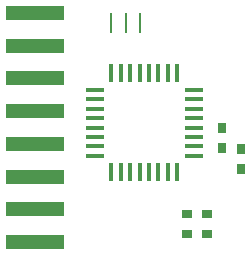
<source format=gtp>
G04 DipTrace 3.3.1.1*
G04 TopPaste.gtp*
%MOIN*%
G04 #@! TF.FileFunction,Paste,Top*
G04 #@! TF.Part,Single*
%ADD31R,0.007868X0.066923*%
%ADD35R,0.059049X0.011805*%
%ADD37R,0.011805X0.059049*%
%ADD39R,0.03149X0.035427*%
%ADD41R,0.035427X0.03149*%
%ADD43R,0.19212X0.04662*%
%FSLAX26Y26*%
G04*
G70*
G90*
G75*
G01*
G04 TopPaste*
%LPD*%
D43*
X499951Y424951D3*
Y533951D3*
Y642951D3*
Y751951D3*
Y860951D3*
Y969951D3*
Y1078951D3*
X500001Y1187990D3*
D41*
X1006200Y449949D3*
X1073129D3*
X1006200Y518700D3*
X1073129D3*
D39*
X1187451Y668700D3*
Y735629D3*
X1124951Y737449D3*
Y804378D3*
D37*
X974951Y987449D3*
X943455D3*
X911959D3*
X880462D3*
X848966D3*
X817470D3*
X785974D3*
X754478D3*
D35*
X699360Y932331D3*
Y900835D3*
Y869339D3*
Y837843D3*
Y806347D3*
Y774851D3*
Y743355D3*
Y711859D3*
D37*
X754478Y656741D3*
X785974D3*
X817470D3*
X848966D3*
X880462D3*
X911959D3*
X943455D3*
X974951D3*
D35*
X1030069Y711859D3*
Y743355D3*
Y774851D3*
Y806347D3*
Y837843D3*
Y869339D3*
Y900835D3*
Y932331D3*
D31*
X849949Y1156200D3*
X802705D3*
X755461D3*
M02*

</source>
